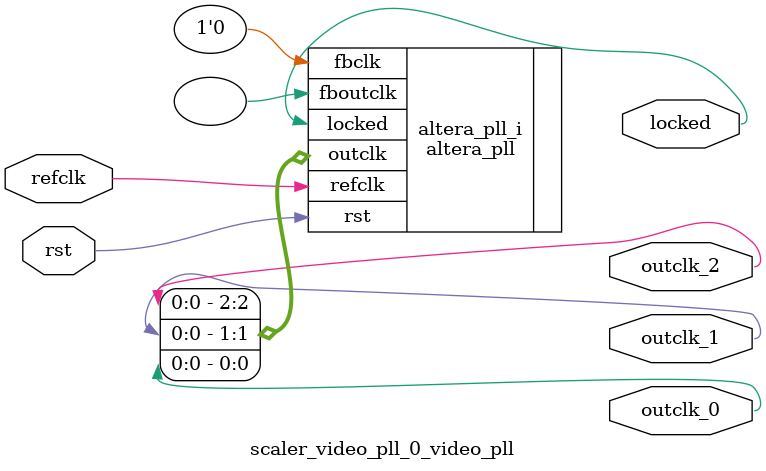
<source format=v>
`timescale 1ns/10ps
module  scaler_video_pll_0_video_pll(

	// interface 'refclk'
	input wire refclk,

	// interface 'reset'
	input wire rst,

	// interface 'outclk0'
	output wire outclk_0,

	// interface 'outclk1'
	output wire outclk_1,

	// interface 'outclk2'
	output wire outclk_2,

	// interface 'locked'
	output wire locked
);

	altera_pll #(
		.fractional_vco_multiplier("false"),
		.reference_clock_frequency("50.0 MHz"),
		.operation_mode("direct"),
		.number_of_clocks(3),
		.output_clock_frequency0("25.000000 MHz"),
		.phase_shift0("0 ps"),
		.duty_cycle0(50),
		.output_clock_frequency1("25.000000 MHz"),
		.phase_shift1("0 ps"),
		.duty_cycle1(50),
		.output_clock_frequency2("33.000000 MHz"),
		.phase_shift2("0 ps"),
		.duty_cycle2(50),
		.output_clock_frequency3("0 MHz"),
		.phase_shift3("0 ps"),
		.duty_cycle3(50),
		.output_clock_frequency4("0 MHz"),
		.phase_shift4("0 ps"),
		.duty_cycle4(50),
		.output_clock_frequency5("0 MHz"),
		.phase_shift5("0 ps"),
		.duty_cycle5(50),
		.output_clock_frequency6("0 MHz"),
		.phase_shift6("0 ps"),
		.duty_cycle6(50),
		.output_clock_frequency7("0 MHz"),
		.phase_shift7("0 ps"),
		.duty_cycle7(50),
		.output_clock_frequency8("0 MHz"),
		.phase_shift8("0 ps"),
		.duty_cycle8(50),
		.output_clock_frequency9("0 MHz"),
		.phase_shift9("0 ps"),
		.duty_cycle9(50),
		.output_clock_frequency10("0 MHz"),
		.phase_shift10("0 ps"),
		.duty_cycle10(50),
		.output_clock_frequency11("0 MHz"),
		.phase_shift11("0 ps"),
		.duty_cycle11(50),
		.output_clock_frequency12("0 MHz"),
		.phase_shift12("0 ps"),
		.duty_cycle12(50),
		.output_clock_frequency13("0 MHz"),
		.phase_shift13("0 ps"),
		.duty_cycle13(50),
		.output_clock_frequency14("0 MHz"),
		.phase_shift14("0 ps"),
		.duty_cycle14(50),
		.output_clock_frequency15("0 MHz"),
		.phase_shift15("0 ps"),
		.duty_cycle15(50),
		.output_clock_frequency16("0 MHz"),
		.phase_shift16("0 ps"),
		.duty_cycle16(50),
		.output_clock_frequency17("0 MHz"),
		.phase_shift17("0 ps"),
		.duty_cycle17(50),
		.pll_type("General"),
		.pll_subtype("General")
	) altera_pll_i (
		.rst	(rst),
		.outclk	({outclk_2, outclk_1, outclk_0}),
		.locked	(locked),
		.fboutclk	( ),
		.fbclk	(1'b0),
		.refclk	(refclk)
	);
endmodule


</source>
